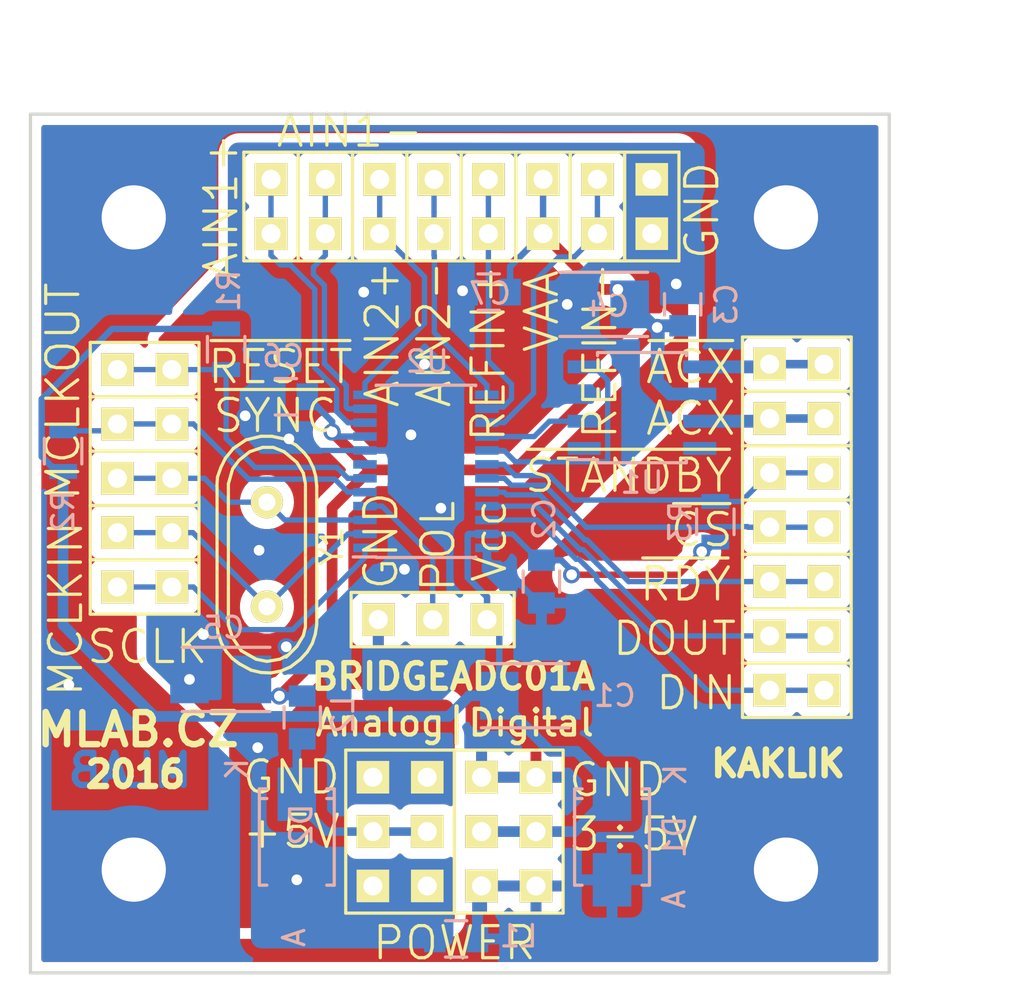
<source format=kicad_pcb>
(kicad_pcb (version 20221018) (generator pcbnew)
  (title_block (title "BRIDGEADC01") (date "%d. %m. %Y") (company "Mlab www.mlab.cz"))
  (layers (0 "F.Cu" signal) (31 "B.Cu" signal) (34 "B.Paste" user) (35 "F.Paste" user) (36 "B.SilkS" user "B.Silkscreen") (37 "F.SilkS" user "F.Silkscreen") (38 "B.Mask" user) (39 "F.Mask" user) (44 "Edge.Cuts" user))
  (net 0 "")
  (net 1 "GND")
  (net 2 "VCC")
  (net 3 "VAA")
  (net 4 "GNDA")
  (net 5 "Net-(J2-Pad1)")
  (net 6 "Net-(J3-Pad1)")
  (net 7 "Net-(J4-Pad1)")
  (net 8 "Net-(J5-Pad1)")
  (net 9 "Net-(J6-Pad1)")
  (net 10 "Net-(J7-Pad1)")
  (net 11 "Net-(J8-Pad1)")
  (net 12 "Net-(J9-Pad1)")
  (net 13 "Net-(J10-Pad2)")
  (net 14 "Net-(J11-Pad1)")
  (net 15 "Net-(J12-Pad1)")
  (net 16 "Net-(J13-Pad1)")
  (net 17 "Net-(J14-Pad1)")
  (net 18 "Net-(J15-Pad1)")
  (net 19 "Net-(J16-Pad1)")
  (net 20 "Net-(J17-Pad1)")
  (net 21 "Net-(J18-Pad1)")
  (net 22 "Net-(J20-Pad1)")
  (net 23 "Net-(J21-Pad1)")
  (net 24 "Net-(U1-Pad2)")
  (net 25 "Net-(U1-Pad4)")
  (net 26 "Net-(D2-Pad1)")
  (footprint "Mlab_Pin_Headers:Straight_2x03" (layer "F.Cu") (at 142.606 108.142 180)
    (fp_text reference "J1" hide)
    (fp_text value "3÷5V")
  )
  (footprint "Mlab_Pin_Headers:Straight_1x02" (layer "F.Cu") (at 156.068 88.838 90)
    (fp_text reference "J2" hide)
    (fp_text value "ACX")
  )
  (footprint "Mlab_Pin_Headers:Straight_1x02" (layer "F.Cu") (at 156.068 86.298 90)
    (fp_text reference "J3" hide)
    (fp_text value "~{ACX}")
  )
  (footprint "Mlab_Pin_Headers:Straight_1x02" (layer "F.Cu") (at 131.4935 78.932)
    (fp_text reference "J4" hide)
    (fp_text value "AIN1+")
  )
  (footprint "Mlab_Pin_Headers:Straight_1x02" (layer "F.Cu") (at 134.0335 78.932)
    (fp_text reference "J5" hide)
    (fp_text value "AIN1-")
  )
  (footprint "Mlab_Pin_Headers:Straight_1x02" (layer "F.Cu") (at 136.5735 78.932)
    (fp_text reference "J6" hide)
    (fp_text value "AIN2+")
  )
  (footprint "Mlab_Pin_Headers:Straight_1x02" (layer "F.Cu") (at 139.1135 78.932 180)
    (fp_text reference "J7" hide)
    (fp_text value "AIN2-")
  )
  (footprint "Mlab_Pin_Headers:Straight_1x02" (layer "F.Cu") (at 146.7485 78.9305 180)
    (fp_text reference "J8" hide)
    (fp_text value "REFIN-")
  )
  (footprint "Mlab_Pin_Headers:Straight_1x02" (layer "F.Cu") (at 141.6535 78.932 180)
    (fp_text reference "J9" hide)
    (fp_text value "REFIN+")
  )
  (footprint "Mlab_Pin_Headers:Straight_1x03" (layer "F.Cu") (at 139.05 98.236 -90)
    (fp_text reference "J10" hide)
    (fp_text value "POL")
  )
  (footprint "Mlab_Pin_Headers:Straight_1x02" (layer "F.Cu") (at 125.588 86.552 90)
    (fp_text reference "J11" hide)
    (fp_text value "~{RESET}")
  )
  (footprint "Mlab_Pin_Headers:Straight_1x02" (layer "F.Cu") (at 125.588 89.092 90)
    (fp_text reference "J12" hide)
    (fp_text value "~{SYNC}")
  )
  (footprint "Mlab_Pin_Headers:Straight_1x02" (layer "F.Cu") (at 156.068 96.458 90)
    (fp_text reference "J13" hide)
    (fp_text value "~{RDY}")
  )
  (footprint "Mlab_Pin_Headers:Straight_1x02" (layer "F.Cu") (at 156.068 93.918 90)
    (fp_text reference "J14" hide)
    (fp_text value "~{CS}")
  )
  (footprint "Mlab_Pin_Headers:Straight_1x02" (layer "F.Cu") (at 125.588 96.712 90)
    (fp_text reference "J15" hide)
    (fp_text value "SCLK")
  )
  (footprint "Mlab_Pin_Headers:Straight_1x02" (layer "F.Cu") (at 156.068 101.538 90)
    (fp_text reference "J16" hide)
    (fp_text value "DIN")
  )
  (footprint "Mlab_Pin_Headers:Straight_1x02" (layer "F.Cu") (at 156.068 98.998 90)
    (fp_text reference "J17" hide)
    (fp_text value "DOUT")
  )
  (footprint "Mlab_Pin_Headers:Straight_1x02" (layer "F.Cu") (at 156.068 91.378 90)
    (fp_text reference "J18" hide)
    (fp_text value "~{STANDBY}")
  )
  (footprint "Mlab_Pin_Headers:Straight_2x03" (layer "F.Cu") (at 137.526 108.142)
    (fp_text reference "J19" hide)
    (fp_text value "+5V")
  )
  (footprint "Mlab_Pin_Headers:Straight_1x02" (layer "F.Cu") (at 125.588 94.172 90)
    (fp_text reference "J20" hide)
    (fp_text value "MCLKIN")
  )
  (footprint "Mlab_Pin_Headers:Straight_1x02" (layer "F.Cu") (at 125.588 91.632 90)
    (fp_text reference "J21" hide)
    (fp_text value "MCLKOUT")
  )
  (footprint "Mlab_Mechanical:MountingHole_3mm" (layer "F.Cu") (at 155.56 79.44)
    (fp_text reference "M1" hide)
    (fp_text value "HOLE" hide)
  )
  (footprint "Mlab_Mechanical:MountingHole_3mm" (layer "F.Cu") (at 155.56 109.92)
    (fp_text reference "M2" hide)
    (fp_text value "HOLE" hide)
  )
  (footprint "Mlab_Mechanical:MountingHole_3mm" (layer "F.Cu") (at 125.08 79.44)
    (fp_text reference "M3" hide)
    (fp_text value "HOLE" hide)
  )
  (footprint "Mlab_Mechanical:MountingHole_3mm" (layer "F.Cu") (at 125.08 109.92)
    (fp_text reference "M4" hide)
    (fp_text value "HOLE" hide)
  )
  (footprint "Crystals:Crystal_HC49-U_Vertical" (layer "F.Cu") (at 131.303 95.188 -90)
    (fp_text reference "Y1")
    (fp_text value "4.9152 MHz")
  )
  (footprint "Mlab_Pin_Headers:Straight_1x02" (layer "F.Cu") (at 144.2085 78.9305)
    (fp_text reference "J22" hide)
    (fp_text value "VAA")
  )
  (footprint "Mlab_Pin_Headers:Straight_1x02" (layer "F.Cu") (at 149.2885 78.9305)
    (fp_text reference "J23" hide)
    (fp_text value "GND")
  )
  (footprint "Capacitors_Tantalum_SMD:TantalC_SizeB_EIA-3528_Reflow" (layer "B.Cu") (at 143.622 101.792)
    (fp_text reference "C1")
    (fp_text value "10uF")
  )
  (footprint "Capacitors_SMD:C_0805" (layer "B.Cu") (at 144.13 96.458 -90)
    (fp_text reference "C2")
    (fp_text value "100nF")
  )
  (footprint "Capacitors_SMD:C_0805" (layer "B.Cu") (at 150.734 83.504 90)
    (fp_text reference "C3")
    (fp_text value "100nF")
  )
  (footprint "Capacitors_SMD:C_0805" (layer "B.Cu") (at 132.192 87.822 180)
    (fp_text reference "C6")
    (fp_text value "100nF")
  )
  (footprint "Diodes_SMD:SMA_Standard" (layer "B.Cu") (at 147.432 108.396 -90)
    (fp_text reference "D1")
    (fp_text value "M4")
  )
  (footprint "Diodes_SMD:SMA_Standard" (layer "B.Cu") (at 132.7 108.396 -90)
    (fp_text reference "D2")
    (fp_text value "M4")
  )
  (footprint "Capacitors_SMD:C_0805" (layer "B.Cu") (at 140.1445 113.157)
    (fp_text reference "L1")
    (fp_text value "BLM21PG300SN1D")
  )
  (footprint "Capacitors_SMD:C_0805" (layer "B.Cu") (at 132.954 102.808 -90)
    (fp_text reference "L2")
    (fp_text value "BLM21PG300SN1D")
  )
  (footprint "Resistors_SMD:R_0805" (layer "B.Cu") (at 129.398 85.602 -90)
    (fp_text reference "R1")
    (fp_text value "10k")
  )
  (footprint "Resistors_SMD:R_0805" (layer "B.Cu") (at 121.778 90.362 90)
    (fp_text reference "R2")
    (fp_text value "10k")
  )
  (footprint "Resistors_SMD:R_0805" (layer "B.Cu") (at 152.258 93.664 90)
    (fp_text reference "R3")
    (fp_text value "10k")
  )
  (footprint "Housings_SOIC:SOIC-8_3.9x4.9mm_Pitch1.27mm" (layer "B.Cu") (at 148.829 88.33)
    (fp_text reference "U1")
    (fp_text value "MIC4426")
  )
  (footprint "Housings_SSOP:TSSOP-24_4.4x7.8mm_Pitch0.65mm" (layer "B.Cu") (at 138.735001 91.306534)
    (fp_text reference "U2")
    (fp_text value "AD7730")
  )
  (footprint "Capacitors_Tantalum_SMD:TantalC_SizeB_EIA-3528_Reflow" (layer "B.Cu") (at 146.797 83.504 180)
    (fp_text reference "C4")
    (fp_text value "10uF")
  )
  (footprint "Capacitors_Tantalum_SMD:TantalC_SizeB_EIA-3528_Reflow" (layer "B.Cu") (at 129.144 101.03 180)
    (fp_text reference "C5")
    (fp_text value "10uF")
  )
  (footprint "Capacitors_SMD:C_0805" (layer "B.Cu") (at 141.6685 82.931 180)
    (fp_text reference "C7")
    (fp_text value "100nF")
  )
  (gr_line (start 120.254 114.746) (end 160.386 114.746) (stroke (width 0.15)) (layer "Edge.Cuts"))
  (gr_line (start 160.386 74.614) (end 120.254 74.614) (stroke (width 0.15)) (layer "Edge.Cuts"))
  (gr_line (start 120.254 74.614) (end 120.254 114.746) (stroke (width 0.15)) (layer "Edge.Cuts"))
  (gr_line (start 160.386 114.746) (end 160.386 74.614) (stroke (width 0.15)) (layer "Edge.Cuts"))
  (gr_text "MLAB" (at 124.9045 105.283) (layer "B.Cu") (effects (font (size 1.5 1.5) (thickness 0.3)) (justify mirror)))
  (gr_text "GND" (at 147.686 105.729) (layer "F.SilkS") (effects (font (size 1.5 1.5))))
  (gr_text "GND" (at 136.637 94.553 90) (layer "F.SilkS") (effects (font (size 1.5 1.5))))
  (gr_text "Vcc" (at 141.717 94.553 90) (layer "F.SilkS") (effects (font (size 1.5 1.5))))
  (gr_text "POWER" (at 140.066 113.349) (layer "F.SilkS") (effects (font (size 1.5 1.5))))
  (gr_text "BRIDGEADC01A" (at 140.0175 100.9015) (layer "F.SilkS") (effects (font (size 1.2 1.2) (thickness 0.25))))
  (gr_text "Analog|Digital" (at 140.081 103.0605) (layer "F.SilkS") (effects (font (size 1.2 1.2) (thickness 0.2))))
  (gr_text "MLAB.CZ" (at 125.2855 103.378) (layer "F.SilkS") (effects (font (size 1.5 1.5) (thickness 0.3))))
  (gr_text "GND" (at 132.446 105.602) (layer "F.SilkS") (effects (font (size 1.5 1.5))))
  (gr_text "2016" (at 125.1585 105.4735) (layer "F.SilkS") (effects (font (size 1.2 1.2) (thickness 0.3))))
  (gr_text "KAKLIK" (at 155.194 104.9655) (layer "F.SilkS") (effects (font (size 1.2 1.2) (thickness 0.3))))
  (segment (start 125.08 109.92) (end 121.5405 109.92) (width 0.3) (layer "F.Cu") (net 1))
  (segment (start 121.0945 109.474) (end 121.0945 102.235) (width 0.3) (layer "F.Cu") (net 1))
  (segment (start 121.0945 102.235) (end 122.047 101.2825) (width 0.3) (layer "F.Cu") (net 1))
  (segment (start 121.5405 109.92) (end 121.0945 109.474) (width 0.3) (layer "F.Cu") (net 1))
  (via (at 122.047 101.2825) (size 0.8) (drill 0.5) (layers "F.Cu" "B.Cu") (net 1))
  (segment (start 141.585001 95.381534) (end 141.822695 95.619228) (width 0.3) (layer "B.Cu") (net 1))
  (segment (start 142.166228 95.619228) (end 141.822695 95.619228) (width 0.3) (layer "B.Cu") (net 1))
  (segment (start 141.1445 110.8735) (end 141.336 110.682) (width 0.5) (layer "B.Cu") (net 1))
  (segment (start 144.005 97.458) (end 142.166228 95.619228) (width 0.3) (layer "B.Cu") (net 1))
  (segment (start 141.585001 94.881534) (end 141.585001 95.381534) (width 0.3) (layer "B.Cu") (net 1))
  (segment (start 141.1445 113.157) (end 141.1445 110.8735) (width 0.5) (layer "B.Cu") (net 1))
  (segment (start 144.13 97.458) (end 144.005 97.458) (width 0.3) (layer "B.Cu") (net 1))
  (segment (start 151.623 95.061) (end 150.545 96.139) (width 0.3) (layer "F.Cu") (net 2))
  (segment (start 150.545 96.139) (end 146.107685 96.139) (width 0.3) (layer "F.Cu") (net 2))
  (segment (start 146.107685 96.139) (end 145.542 96.139) (width 0.3) (layer "F.Cu") (net 2))
  (via (at 151.623 95.061) (size 0.8) (drill 0.5) (layers "F.Cu" "B.Cu") (net 2))
  (via (at 145.542 96.139) (size 0.8) (drill 0.5) (layers "F.Cu" "B.Cu") (net 2))
  (segment (start 142.162 101.792) (end 140.762 101.792) (width 0.5) (layer "B.Cu") (net 2))
  (segment (start 145.68702 108.142) (end 147.432 106.39702) (width 0.5) (layer "B.Cu") (net 2))
  (segment (start 144.544999 104.389999) (end 142.162 102.007) (width 0.5) (layer "B.Cu") (net 2))
  (segment (start 142.162 98.808) (end 141.59 98.236) (width 0.3) (layer "B.Cu") (net 2))
  (segment (start 145.055 95.458) (end 145.542 95.945) (width 0.3) (layer "B.Cu") (net 2))
  (segment (start 140.735001 94.231534) (end 140.685 94.281535) (width 0.3) (layer "B.Cu") (net 2))
  (segment (start 142.385001 94.231534) (end 141.585001 94.231534) (width 0.25) (layer "B.Cu") (net 2))
  (segment (start 144.13 95.458) (end 145.055 95.458) (width 0.3) (layer "B.Cu") (net 2))
  (segment (start 126.046001 102.758001) (end 121.778 98.49) (width 0.5) (layer "B.Cu") (net 2))
  (segment (start 141.336 108.142) (end 143.876 108.142) (width 0.5) (layer "B.Cu") (net 2))
  (segment (start 142.162 102.007) (end 142.162 101.792) (width 0.5) (layer "B.Cu") (net 2))
  (segment (start 121.478 91.312) (end 121.778 91.312) (width 0.3) (layer "B.Cu") (net 2))
  (segment (start 121.778 98.49) (end 121.778 92.162) (width 0.5) (layer "B.Cu") (net 2))
  (segment (start 141.59 97.174) (end 141.59 98.236) (width 0.3) (layer "B.Cu") (net 2))
  (segment (start 145.774229 104.389999) (end 144.544999 104.389999) (width 0.5) (layer "B.Cu") (net 2))
  (segment (start 151.623 95.061) (end 151.811 95.061) (width 0.3) (layer "B.Cu") (net 2))
  (segment (start 147.432 106.39702) (end 147.432 106.04777) (width 0.5) (layer "B.Cu") (net 2))
  (segment (start 143.876 108.142) (end 145.68702 108.142) (width 0.5) (layer "B.Cu") (net 2))
  (segment (start 141.59 98.236) (end 141.59 97.224) (width 0.25) (layer "B.Cu") (net 2))
  (segment (start 121.778 92.162) (end 121.778 91.312) (width 0.5) (layer "B.Cu") (net 2))
  (segment (start 144.005 95.458) (end 142.778534 94.231534) (width 0.25) (layer "B.Cu") (net 2))
  (segment (start 147.432 106.04777) (end 145.774229 104.389999) (width 0.5) (layer "B.Cu") (net 2))
  (segment (start 144.13 95.458) (end 144.005 95.458) (width 0.25) (layer "B.Cu") (net 2))
  (segment (start 124.063998 84.652) (end 120.777999 87.937999) (width 0.3) (layer "B.Cu") (net 2))
  (segment (start 129.398 84.652) (end 124.063998 84.652) (width 0.3) (layer "B.Cu") (net 2))
  (segment (start 140.685 94.281535) (end 140.685 96.269) (width 0.3) (layer "B.Cu") (net 2))
  (segment (start 142.162 101.792) (end 142.162 98.808) (width 0.3) (layer "B.Cu") (net 2))
  (segment (start 140.685 96.269) (end 141.59 97.174) (width 0.3) (layer "B.Cu") (net 2))
  (segment (start 140.762 101.792) (end 139.795999 102.758001) (width 0.5) (layer "B.Cu") (net 2))
  (segment (start 120.777999 90.611999) (end 121.478 91.312) (width 0.3) (layer "B.Cu") (net 2))
  (segment (start 120.777999 87.937999) (end 120.777999 90.611999) (width 0.3) (layer "B.Cu") (net 2))
  (segment (start 141.585001 94.231534) (end 140.735001 94.231534) (width 0.3) (layer "B.Cu") (net 2))
  (segment (start 151.811 95.061) (end 152.258 94.614) (width 0.3) (layer "B.Cu") (net 2))
  (segment (start 145.542 95.945) (end 145.542 96.139) (width 0.3) (layer "B.Cu") (net 2))
  (segment (start 139.795999 102.758001) (end 126.046001 102.758001) (width 0.5) (layer "B.Cu") (net 2))
  (segment (start 142.778534 94.231534) (end 142.385001 94.231534) (width 0.25) (layer "B.Cu") (net 2))
  (segment (start 144.2085 80.2005) (end 146.812 82.804) (width 0.5) (layer "F.Cu") (net 3))
  (segment (start 136.11703 91.239002) (end 142.8855 91.239002) (width 0.5) (layer "F.Cu") (net 3))
  (segment (start 134.351 99.343691) (end 134.351 96.60236) (width 0.4) (layer "F.Cu") (net 3))
  (segment (start 132.503571 101.19112) (end 134.351 99.343691) (width 0.5) (layer "F.Cu") (net 3))
  (segment (start 134.351 96.031894) (end 134.351 93.005032) (width 0.3) (layer "F.Cu") (net 3))
  (segment (start 134.351 96.60236) (end 134.351 93.005032) (width 0.4) (layer "F.Cu") (net 3))
  (segment (start 146.812 82.804) (end 147.135315 82.804) (width 0.5) (layer "F.Cu") (net 3))
  (segment (start 134.351 93.005032) (end 136.11703 91.239002) (width 0.5) (layer "F.Cu") (net 3))
  (segment (start 142.8855 91.239002) (end 149.142503 84.981999) (width 0.5) (layer "F.Cu") (net 3))
  (segment (start 134.351 96.60236) (end 134.351 96.031894) (width 0.4) (layer "F.Cu") (net 3))
  (segment (start 134.351 99.343691) (end 134.351 93.005032) (width 0.5) (layer "F.Cu") (net 3))
  (segment (start 149.142503 84.981999) (end 149.542502 84.582) (width 0.5) (layer "F.Cu") (net 3))
  (segment (start 147.135315 82.804) (end 147.701 82.804) (width 0.5) (layer "F.Cu") (net 3))
  (segment (start 131.886691 101.808) (end 132.503571 101.19112) (width 0.5) (layer "F.Cu") (net 3))
  (segment (start 136.11703 91.239002) (end 134.351 89.472972) (width 0.5) (layer "F.Cu") (net 3))
  (via (at 134.351 89.472972) (size 0.8) (drill 0.5) (layers "F.Cu" "B.Cu") (net 3))
  (via (at 147.701 82.804) (size 0.8) (drill 0.5) (layers "F.Cu" "B.Cu") (net 3))
  (via (at 131.886691 101.808) (size 0.8) (drill 0.5) (layers "F.Cu" "B.Cu") (net 3))
  (via (at 149.542502 84.582) (size 0.8) (drill 0.5) (layers "F.Cu" "B.Cu") (net 3))
  (segment (start 149.591 84.7575) (end 148.672499 83.838999) (width 0.6) (layer "B.Cu") (net 3))
  (segment (start 133.192 87.947) (end 133.192 87.822) (width 0.25) (layer "B.Cu") (net 3))
  (segment (start 134.351 89.472972) (end 134.351 88.981) (width 0.3) (layer "B.Cu") (net 3))
  (segment (start 151.529 87.695) (end 150.154 87.695) (width 0.6) (layer "B.Cu") (net 3))
  (segment (start 149.542502 87.083502) (end 149.542502 85.147685) (width 0.6) (layer "B.Cu") (net 3))
  (segment (start 150.154 87.695) (end 149.542502 87.083502) (width 0.6) (layer "B.Cu") (net 3))
  (segment (start 148.257 83.719) (end 148.354999 83.621001) (width 0.6) (layer "B.Cu") (net 3))
  (segment (start 135.885001 89.681534) (end 134.926534 89.681534) (width 0.25) (layer "B.Cu") (net 3))
  (segment (start 150.734 84.504) (end 149.3375 84.504) (width 0.6) (layer "B.Cu") (net 3))
  (segment (start 144.2085 80.2005) (end 144.2085 77.6605) (width 0.3) (layer "B.Cu") (net 3))
  (segment (start 148.354999 83.521499) (end 148.354999 83.457999) (width 0.6) (layer "B.Cu") (net 3))
  (segment (start 149.542502 85.147685) (end 149.542502 84.582) (width 0.6) (layer "B.Cu") (net 3))
  (segment (start 131.382 101.808) (end 130.604 101.03) (width 0.4) (layer "B.Cu") (net 3))
  (segment (start 148.672499 83.838999) (end 148.354999 83.521499) (width 0.6) (layer "B.Cu") (net 3))
  (segment (start 134.351 89.472972) (end 134.559562 89.681534) (width 0.3) (layer "B.Cu") (net 3))
  (segment (start 148.100999 83.203999) (end 147.701 82.804) (width 0.6) (layer "B.Cu") (net 3))
  (segment (start 142.6685 82.931) (end 142.6685 81.7405) (width 0.3) (layer "B.Cu") (net 3))
  (segment (start 134.559562 89.681534) (end 135.885001 89.681534) (width 0.3) (layer "B.Cu") (net 3))
  (segment (start 132.954 101.808) (end 131.886691 101.808) (width 0.4) (layer "B.Cu") (net 3))
  (segment (start 131.886691 101.808) (end 131.382 101.808) (width 0.4) (layer "B.Cu") (net 3))
  (segment (start 149.591 85.536) (end 149.591 84.7575) (width 0.6) (layer "B.Cu") (net 3))
  (segment (start 150.609 84.504) (end 150.734 84.504) (width 0.6) (layer "B.Cu") (net 3))
  (segment (start 149.3375 84.504) (end 148.672499 83.838999) (width 0.6) (layer "B.Cu") (net 3))
  (segment (start 148.354999 83.457999) (end 148.100999 83.203999) (width 0.6) (layer "B.Cu") (net 3))
  (segment (start 134.351 88.981) (end 133.192 87.822) (width 0.3) (layer "B.Cu") (net 3))
  (segment (start 148.354999 83.621001) (end 148.354999 83.521499) (width 0.6) (layer "B.Cu") (net 3))
  (segment (start 142.6685 81.7405) (end 144.2085 80.2005) (width 0.3) (layer "B.Cu") (net 3))
  (segment (start 128.3335 98.933) (end 128.3335 97.5995) (width 0.5) (layer "F.Cu") (net 4))
  (segment (start 137.7315 94.7285) (end 137.7315 95.319315) (width 0.3) (layer "F.Cu") (net 4))
  (segment (start 138.669 86.298) (end 138.669 86.863685) (width 0.3) (layer "F.Cu") (net 4))
  (segment (start 132.7 108.6453) (end 132.7 110.39498) (width 0.5) (layer "F.Cu") (net 4))
  (segment (start 138.669 86.863685) (end 138.669 86.679) (width 0.3) (layer "F.Cu") (net 4))
  (segment (start 132.7 107.896) (end 132.7 108.6453) (width 0.5) (layer "F.Cu") (net 4))
  (segment (start 136.256 110.682) (end 135.194 110.682) (width 0.3) (layer "F.Cu") (net 4))
  (segment (start 144.610001 84.254001) (end 148.665499 84.254001) (width 0.3) (layer "F.Cu") (net 4))
  (segment (start 129.921 98.933) (end 130.4925 99.5045) (width 0.5) (layer "F.Cu") (net 4))
  (segment (start 130.4925 99.5045) (end 132.207 99.5045) (width 0.5) (layer "F.Cu") (net 4))
  (segment (start 134.994 105.602) (end 132.7 107.896) (width 0.5) (layer "F.Cu") (net 4))
  (segment (start 128.3335 98.933) (end 129.921 98.933) (width 0.5) (layer "F.Cu") (net 4))
  (segment (start 140.447 82.869) (end 135.8885 82.869) (width 0.3) (layer "F.Cu") (net 4))
  (segment (start 135.8885 82.869) (end 135.8265 82.931) (width 0.3) (layer "F.Cu") (net 4))
  (segment (start 138.433997 89.200001) (end 138.033998 89.6) (width 0.3) (layer "F.Cu") (net 4))
  (segment (start 143.225 82.869) (end 141.012685 82.869) (width 0.3) (layer "F.Cu") (net 4))
  (segment (start 128.3335 97.5995) (end 130.937 94.996) (width 0.5) (layer "F.Cu") (net 4))
  (segment (start 144.13 83.774) (end 143.225 82.869) (width 0.3) (layer "F.Cu") (net 4))
  (segment (start 137.7315 95.319315) (end 137.7315 95.885) (width 0.3) (layer "F.Cu") (net 4))
  (segment (start 130.8735 104.2195) (end 127.684 101.03) (width 0.5) (layer "F.Cu") (net 4))
  (segment (start 136.256 105.602) (end 134.994 105.602) (width 0.5) (layer "F.Cu") (net 4))
  (segment (start 144.13 83.774) (end 143.859998 83.774) (width 0.3) (layer "F.Cu") (net 4))
  (segment (start 135.96898 110.39498) (end 136.256 110.682) (width 0.5) (layer "F.Cu") (net 4))
  (segment (start 148.665499 84.254001) (end 149.1455 83.774) (width 0.3) (layer "F.Cu") (net 4))
  (segment (start 143.859998 83.774) (end 138.433997 89.200001) (width 0.3) (layer "F.Cu") (net 4))
  (segment (start 132.7 110.39498) (end 135.96898 110.39498) (width 0.5) (layer "F.Cu") (net 4))
  (segment (start 141.012685 82.869) (end 140.447 82.869) (width 0.3) (layer "F.Cu") (net 4))
  (segment (start 149.1455 83.774) (end 149.638 83.774) (width 0.3) (layer "F.Cu") (net 4))
  (segment (start 144.13 83.774) (end 144.610001 84.254001) (width 0.3) (layer "F.Cu") (net 4))
  (segment (start 139.431 93.029) (end 137.7315 94.7285) (width 0.3) (layer "F.Cu") (net 4))
  (via (at 140.447 82.869) (size 0.8) (drill 0.5) (layers "F.Cu" "B.Cu") (net 4))
  (via (at 132.207 99.5045) (size 0.8) (drill 0.5) (layers "F.Cu" "B.Cu") (net 4))
  (via (at 130.287 88.711) (size 0.8) (drill 0.5) (layers "F.Cu" "B.Cu") (net 4))
  (via (at 137.7315 95.885) (size 0.8) (drill 0.5) (layers "F.Cu" "B.Cu") (net 4))
  (via (at 138.033998 89.6) (size 0.8) (drill 0.5) (layers "F.Cu" "B.Cu") (net 4))
  (via (at 128.3335 98.933) (size 0.8) (drill 0.5) (layers "F.Cu" "B.Cu") (net 4))
  (via (at 127.684 101.03) (size 0.8) (drill 0.5) (layers "F.Cu" "B.Cu") (net 4))
  (via (at 130.937 94.996) (size 0.8) (drill 0.5) (layers "F.Cu" "B.Cu") (net 4))
  (via (at 132.7 110.39498) (size 0.8) (drill 0.5) (layers "F.Cu" "B.Cu") (net 4))
  (via (at 138.669 86.298) (size 0.8) (drill 0.5) (layers "F.Cu" "B.Cu") (net 4))
  (via (at 132.334 89.789) (size 0.8) (drill 0.5) (layers "F.Cu" "B.Cu") (net 4))
  (via (at 139.431 93.029) (size 0.8) (drill 0.5) (layers "F.Cu" "B.Cu") (net 4))
  (via (at 130.8735 104.2195) (size 0.8) (drill 0.5) (layers "F.Cu" "B.Cu") (net 4))
  (via (at 135.8265 82.931) (size 0.8) (drill 0.5) (layers "F.Cu" "B.Cu") (net 4))
  (via (at 150.4315 82.55) (size 0.8) (drill 0.5) (layers "F.Cu" "B.Cu") (net 4))
  (via (at 145.337 83.504) (size 0.8) (drill 0.5) (layers "F.Cu" "B.Cu") (net 4))
  (segment (start 138.796 110.682) (end 138.796 112.8085) (width 0.5) (layer "B.Cu") (net 4))
  (segment (start 145.337 83.289) (end 146.912502 81.713498) (width 0.6) (layer "B.Cu") (net 4))
  (segment (start 137.165815 95.885) (end 137.7315 95.885) (width 0.5) (layer "B.Cu") (net 4))
  (segment (start 145.337 83.504) (end 145.337 83.289) (width 0.6) (layer "B.Cu") (net 4))
  (segment (start 139.031001 92.629001) (end 139.431 93.029) (width 0.3) (layer "B.Cu") (net 4))
  (segment (start 127.684 99.415) (end 128.166 98.933) (width 0.5) (layer "B.Cu") (net 4))
  (segment (start 132.207 99.5045) (end 132.772685 99.5045) (width 0.5) (layer "B.Cu") (net 4))
  (segment (start 130.937 94.996) (end 130.937 95.377) (width 0.5) (layer "B.Cu") (net 4))
  (segment (start 144.853999 87.125001) (end 145.423998 87.695) (width 0.6) (layer "B.Cu") (net 4))
  (segment (start 130.8735 108.21923) (end 130.8735 104.2195) (width 0.5) (layer "B.Cu") (net 4))
  (segment (start 131.176 89.838) (end 131.192 89.854) (width 0.6) (layer "B.Cu") (net 4))
  (segment (start 136.392185 95.885) (end 137.165815 95.885) (width 0.5) (layer "B.Cu") (net 4))
  (segment (start 135.885001 90.331534) (end 132.876534 90.331534) (width 0.25) (layer "B.Cu") (net 4))
  (segment (start 127.684 101.03) (end 127.684 99.415) (width 0.5) (layer "B.Cu") (net 4))
  (segment (start 150.031501 82.150001) (end 150.4315 82.55) (width 0.6) (layer "B.Cu") (net 4))
  (segment (start 145.423998 87.695) (end 146.129 87.695) (width 0.6) (layer "B.Cu") (net 4))
  (segment (start 128.166 98.933) (end 128.3335 98.933) (width 0.5) (layer "B.Cu") (net 4))
  (segment (start 150.734 82.504) (end 150.4775 82.504) (width 0.6) (layer "B.Cu") (net 4))
  (segment (start 131.176 87.838) (end 131.192 87.822) (width 0.6) (layer "B.Cu") (net 4))
  (segment (start 150.4775 82.504) (end 150.4315 82.55) (width 0.6) (layer "B.Cu") (net 4))
  (segment (start 145.337 85.219) (end 144.853999 85.702001) (width 0.6) (layer "B.Cu") (net 4))
  (segment (start 149.594998 81.713498) (end 150.031501 82.150001) (width 0.6) (layer "B.Cu") (net 4))
  (segment (start 146.912502 81.713498) (end 149.594998 81.713498) (width 0.6) (layer "B.Cu") (net 4))
  (segment (start 137.302464 90.331534) (end 137.633999 89.999999) (width 0.3) (layer "B.Cu") (net 4))
  (segment (start 144.853999 85.702001) (end 144.853999 87.125001) (width 0.6) (layer "B.Cu") (net 4))
  (segment (start 131.176 88.711) (end 131.176 87.838) (width 0.6) (layer "B.Cu") (net 4))
  (segment (start 131.176 88.711) (end 131.176 89.838) (width 0.6) (layer "B.Cu") (net 4))
  (segment (start 135.885001 90.331534) (end 137.302464 90.331534) (width 0.3) (layer "B.Cu") (net 4))
  (segment (start 138.033998 86.933002) (end 138.669 86.298) (width 0.3) (layer "B.Cu") (net 4))
  (segment (start 132.7 110.39498) (end 132.7 110.04573) (width 0.5) (layer "B.Cu") (net 4))
  (segment (start 132.7 110.04573) (end 130.8735 108.21923) (width 0.5) (layer "B.Cu") (net 4))
  (segment (start 132.733999 90.188999) (end 132.334 89.789) (width 0.25) (layer "B.Cu") (net 4))
  (segment (start 138.796 112.8085) (end 139.1445 113.157) (width 0.5) (layer "B.Cu") (net 4))
  (segment (start 130.287 88.711) (end 131.176 88.711) (width 0.6) (layer "B.Cu") (net 4))
  (segment (start 138.033998 89.6) (end 138.033998 86.933002) (width 0.3) (layer "B.Cu") (net 4))
  (segment (start 132.772685 99.5045) (end 136.392185 95.885) (width 0.5) (layer "B.Cu") (net 4))
  (segment (start 138.033998 91.631998) (end 139.031001 92.629001) (width 0.3) (layer "B.Cu") (net 4))
  (segment (start 137.633999 89.999999) (end 138.033998 89.6) (width 0.3) (layer "B.Cu") (net 4))
  (segment (start 138.033998 89.6) (end 138.033998 91.631998) (width 0.3) (layer "B.Cu") (net 4))
  (segment (start 145.337 83.504) (end 145.337 85.219) (width 0.6) (layer "B.Cu") (net 4))
  (segment (start 132.876534 90.331534) (end 132.733999 90.188999) (width 0.25) (layer "B.Cu") (net 4))
  (segment (start 154.798 88.838) (end 157.338 88.838) (width 0.4) (layer "B.Cu") (net 5))
  (segment (start 154.671 88.965) (end 154.798 88.838) (width 0.6) (layer "B.Cu") (net 5))
  (segment (start 151.529 88.965) (end 154.671 88.965) (width 0.6) (layer "B.Cu") (net 5))
  (segment (start 154.798 86.298) (end 157.338 86.298) (width 0.4) (layer "B.Cu") (net 6))
  (segment (start 151.529 86.425) (end 154.671 86.425) (width 0.6) (layer "B.Cu") (net 6))
  (segment (start 154.671 86.425) (end 154.798 86.298) (width 0.6) (layer "B.Cu") (net 6))
  (segment (start 133.5405 82.804) (end 133.5405 86.460498) (width 0.25) (layer "B.Cu") (net 7))
  (segment (start 131.4935 80.202) (end 131.4935 79.19) (width 0.25) (layer "B.Cu") (net 7))
  (segment (start 133.5405 86.460498) (end 134.559991 87.479989) (width 0.25) (layer "B.Cu") (net 7))
  (segment (start 134.559991 88.506524) (end 135.085001 89.031534) (width 0.25) (layer "B.Cu") (net 7))
  (segment (start 135.085001 89.031534) (end 135.885001 89.031534) (width 0.25) (layer "B.Cu") (net 7))
  (segment (start 134.559991 87.479989) (end 134.559991 88.506524) (width 0.25) (layer "B.Cu") (net 7))
  (segment (start 131.4935 79.19) (end 131.4935 77.662) (width 0.25) (layer "B.Cu") (net 7))
  (segment (start 131.4935 80.202) (end 131.4935 81.214) (width 0.25) (layer "B.Cu") (net 7))
  (segment (start 131.9405 81.661) (end 132.3975 81.661) (width 0.25) (layer "B.Cu") (net 7))
  (segment (start 131.4935 81.214) (end 131.9405 81.661) (width 0.25) (layer "B.Cu") (net 7))
  (segment (start 132.3975 81.661) (end 133.5405 82.804) (width 0.25) (layer "B.Cu") (net 7))
  (segment (start 134.0335 81.214) (end 133.477 81.7705) (width 0.25) (layer "B.Cu") (net 8))
  (segment (start 133.99051 86.274098) (end 135.01 87.293588) (width 0.25) (layer "B.Cu") (net 8))
  (segment (start 134.0335 79.19) (end 134.0335 77.662) (width 0.25) (layer "B.Cu") (net 8))
  (segment (start 134.0335 80.202) (end 134.0335 81.214) (width 0.25) (layer "B.Cu") (net 8))
  (segment (start 135.01 87.293588) (end 135.01 88.306533) (width 0.25) (layer "B.Cu") (net 8))
  (segment (start 135.01 88.306533) (end 135.085001 88.381534) (width 0.25) (layer "B.Cu") (net 8))
  (segment (start 133.477 82.10409) (end 133.99051 82.6176) (width 0.25) (layer "B.Cu") (net 8))
  (segment (start 133.99051 82.6176) (end 133.99051 86.274098) (width 0.25) (layer "B.Cu") (net 8))
  (segment (start 134.0335 80.202) (end 134.0335 79.19) (width 0.25) (layer "B.Cu") (net 8))
  (segment (start 135.085001 88.381534) (end 135.885001 88.381534) (width 0.25) (layer "B.Cu") (net 8))
  (segment (start 133.477 81.7705) (end 133.477 82.10409) (width 0.25) (layer "B.Cu") (net 8))
  (segment (start 138.669 82.2175) (end 138.669 84.393) (width 0.25) (layer "B.Cu") (net 9))
  (segment (start 136.5735 80.202) (end 136.5735 77.662) (width 0.25) (layer "B.Cu") (net 9))
  (segment (start 138.669 84.393) (end 135.885001 87.176999) (width 0.25) (layer "B.Cu") (net 9))
  (segment (start 135.885001 87.176999) (end 135.885001 87.731534) (width 0.25) (layer "B.Cu") (net 9))
  (segment (start 136.8275 80.456) (end 136.5735 80.202) (width 0.25) (layer "B.Cu") (net 9))
  (segment (start 136.5735 80.202) (end 136.5735 80.249) (width 0.25) (layer "B.Cu") (net 9))
  (segment (start 136.6535 80.202) (end 138.669 82.2175) (width 0.25) (layer "B.Cu") (net 9))
  (segment (start 136.5735 80.202) (end 136.6535 80.202) (width 0.25) (layer "B.Cu") (net 9))
  (segment (start 141.585001 87.281534) (end 141.585001 87.731534) (width 0.25) (layer "B.Cu") (net 10))
  (segment (start 139.1285 81.229) (end 139.1285 84.825033) (width 0.25) (layer "B.Cu") (net 10))
  (segment (start 139.1135 79.19) (end 139.1135 77.662) (width 0.25) (layer "B.Cu") (net 10))
  (segment (start 139.1135 80.202) (end 139.1135 81.214) (width 0.25) (layer "B.Cu") (net 10))
  (segment (start 139.1285 84.825033) (end 141.585001 87.281534) (width 0.25) (layer "B.Cu") (net 10))
  (segment (start 139.1135 81.214) (end 139.1285 81.229) (width 0.25) (layer "B.Cu") (net 10))
  (segment (start 139.1135 80.202) (end 139.1135 79.19) (width 0.25) (layer "B.Cu") (net 10))
  (segment (start 146.7485 80.2005) (end 146.7485 79.1885) (width 0.25) (layer "B.Cu") (net 11))
  (segment (start 144.953497 81.287501) (end 145.661499 81.287501) (width 0.25) (layer "B.Cu") (net 11))
  (segment (start 146.7485 79.1885) (end 146.7485 77.6605) (width 0.25) (layer "B.Cu") (net 11))
  (segment (start 143.764 87.652535) (end 143.764 82.476998) (width 0.25) (layer "B.Cu") (net 11))
  (segment (start 143.764 82.476998) (end 144.953497 81.287501) (width 0.25) (layer "B.Cu") (net 11))
  (segment (start 142.385001 89.031534) (end 143.764 87.652535) (width 0.25) (layer "B.Cu") (net 11))
  (segment (start 141.585001 89.031534) (end 142.385001 89.031534) (width 0.25) (layer "B.Cu") (net 11))
  (segment (start 145.661499 81.287501) (end 146.7485 80.2005) (width 0.25) (layer "B.Cu") (net 11))
  (segment (start 141.585001 88.381534) (end 141.160011 88.381534) (width 0.25) (layer "B.Cu") (net 12))
  (segment (start 141.6535 80.202) (end 141.6535 86.1545) (width 0.25) (layer "B.Cu") (net 12))
  (segment (start 142.733 87.234) (end 142.733 87.918537) (width 0.25) (layer "B.Cu") (net 12))
  (segment (start 141.160011 88.381534) (end 141.160011 88.306544) (width 0.25) (layer "B.Cu") (net 12))
  (segment (start 141.160011 88.306544) (end 142.344993 88.306544) (width 0.25) (layer "B.Cu") (net 12))
  (segment (start 141.6535 77.662) (end 141.6535 78.674) (width 0.25) (layer "B.Cu") (net 12))
  (segment (start 141.6535 86.1545) (end 142.733 87.234) (width 0.25) (layer "B.Cu") (net 12))
  (segment (start 142.344993 88.306544) (end 142.733 87.918537) (width 0.25) (layer "B.Cu") (net 12))
  (segment (start 141.6535 78.674) (end 141.6535 80.202) (width 0.25) (layer "B.Cu") (net 12))
  (segment (start 135.885001 92.931534) (end 136.685001 92.931534) (width 0.25) (layer "B.Cu") (net 13))
  (segment (start 136.685001 92.931534) (end 139.05 95.296533) (width 0.25) (layer "B.Cu") (net 13))
  (segment (start 139.05 95.296533) (end 139.05 97.224) (width 0.25) (layer "B.Cu") (net 13))
  (segment (start 139.05 97.224) (end 139.05 98.236) (width 0.25) (layer "B.Cu") (net 13))
  (segment (start 129.398 87.152) (end 129.398 86.552) (width 0.25) (layer "B.Cu") (net 14))
  (segment (start 129.398 89.770002) (end 129.398 87.152) (width 0.25) (layer "B.Cu") (net 14))
  (segment (start 134.577467 91.124) (end 130.751998 91.124) (width 0.25) (layer "B.Cu") (net 14))
  (segment (start 128.498 86.552) (end 126.858 86.552) (width 0.25) (layer "B.Cu") (net 14))
  (segment (start 130.751998 91.124) (end 129.398 89.770002) (width 0.25) (layer "B.Cu") (net 14))
  (segment (start 126.858 86.552) (end 124.318 86.552) (width 0.25) (layer "B.Cu") (net 14))
  (segment (start 135.885001 91.631534) (end 135.085001 91.631534) (width 0.25) (layer "B.Cu") (net 14))
  (segment (start 135.085001 91.631534) (end 134.577467 91.124) (width 0.25) (layer "B.Cu") (net 14))
  (segment (start 129.398 86.552) (end 128.498 86.552) (width 0.25) (layer "B.Cu") (net 14))
  (segment (start 126.858 89.092) (end 127.87 89.092) (width 0.25) (layer "B.Cu") (net 15))
  (segment (start 130.449489 91.671489) (end 134.474956 91.671489) (width 0.25) (layer "B.Cu") (net 15))
  (segment (start 121.778 89.412) (end 123.998 89.412) (width 0.25) (layer "B.Cu") (net 15))
  (segment (start 123.998 89.412) (end 124.318 89.092) (width 0.25) (layer "B.Cu") (net 15))
  (segment (start 125.33 89.092) (end 126.858 89.092) (width 0.25) (layer "B.Cu") (net 15))
  (segment (start 124.318 89.092) (end 125.33 89.092) (width 0.25) (layer "B.Cu") (net 15))
  (segment (start 134.474956 91.671489) (end 135.085001 92.281534) (width 0.25) (layer "B.Cu") (net 15))
  (segment (start 135.085001 92.281534) (end 135.885001 92.281534) (width 0.25) (layer "B.Cu") (net 15))
  (segment (start 127.87 89.092) (end 130.449489 91.671489) (width 0.25) (layer "B.Cu") (net 15))
  (segment (start 141.585001 92.281534) (end 142.385001 92.281534) (width 0.25) (layer "B.Cu") (net 16))
  (segment (start 148.206824 96.458) (end 153.786 96.458) (width 0.25) (layer "B.Cu") (net 16))
  (segment (start 146.262801 94.513977) (end 148.206824 96.458) (width 0.25) (layer "B.Cu") (net 16))
  (segment (start 153.786 96.458) (end 154.798 96.458) (width 0.25) (layer "B.Cu") (net 16))
  (segment (start 144.059846 92.405022) (end 146.168801 94.513977) (width 0.25) (layer "B.Cu") (net 16))
  (segment (start 154.798 96.458) (end 155.81 96.458) (width 0.25) (layer "B.Cu") (net 16))
  (segment (start 142.508489 92.405022) (end 144.059846 92.405022) (width 0.25) (layer "B.Cu") (net 16))
  (segment (start 155.81 96.458) (end 157.338 96.458) (width 0.25) (layer "B.Cu") (net 16))
  (segment (start 142.385001 92.281534) (end 142.508489 92.405022) (width 0.25) (layer "B.Cu") (net 16))
  (segment (start 146.168801 94.513977) (end 146.262801 94.513977) (width 0.25) (layer "B.Cu") (net 16))
  (segment (start 151.880998 93.918) (end 151.909999 93.888999) (width 0.25) (layer "B.Cu") (net 17))
  (segment (start 142.39859 91.631534) (end 142.722067 91.955011) (width 0.25) (layer "B.Cu") (net 17))
  (segment (start 144.269007 91.955011) (end 146.231996 93.918) (width 0.25) (layer "B.Cu") (net 17))
  (segment (start 146.231996 93.918) (end 151.880998 93.918) (width 0.25) (layer "B.Cu") (net 17))
  (segment (start 141.585001 91.631534) (end 142.39859 91.631534) (width 0.25) (layer "B.Cu") (net 17))
  (segment (start 153.786 93.918) (end 154.798 93.918) (width 0.25) (layer "B.Cu") (net 17))
  (segment (start 142.722067 91.955011) (end 144.269007 91.955011) (width 0.25) (layer "B.Cu") (net 17))
  (segment (start 157.338 93.918) (end 154.798 93.918) (width 0.25) (layer "B.Cu") (net 17))
  (segment (start 153.756999 93.888999) (end 153.786 93.918) (width 0.25) (layer "B.Cu") (net 17))
  (segment (start 151.909999 93.888999) (end 153.756999 93.888999) (width 0.25) (layer "B.Cu") (net 17))
  (segment (start 129.862511 98.704511) (end 132.512024 98.704511) (width 0.25) (layer "B.Cu") (net 18))
  (segment (start 135.885001 95.331534) (end 135.885001 94.881534) (width 0.25) (layer "B.Cu") (net 18))
  (segment (start 126.858 96.712) (end 127.87 96.712) (width 0.25) (layer "B.Cu") (net 18))
  (segment (start 127.87 96.712) (end 129.862511 98.704511) (width 0.25) (layer "B.Cu") (net 18))
  (segment (start 132.512024 98.704511) (end 135.885001 95.331534) (width 0.25) (layer "B.Cu") (net 18))
  (segment (start 126.858 96.712) (end 124.318 96.712) (width 0.25) (layer "B.Cu") (net 18))
  (segment (start 145.751588 95.413999) (end 145.890001 95.413999) (width 0.25) (layer "B.Cu") (net 19))
  (segment (start 141.585001 93.581534) (end 143.919123 93.581534) (width 0.25) (layer "B.Cu") (net 19))
  (segment (start 153.786 101.538) (end 154.798 101.538) (width 0.25) (layer "B.Cu") (net 19))
  (segment (start 145.890001 95.413999) (end 146.711501 96.235499) (width 0.25) (layer "B.Cu") (net 19))
  (segment (start 143.919123 93.581534) (end 145.751588 95.413999) (width 0.25) (layer "B.Cu") (net 19))
  (segment (start 151.875589 101.538) (end 153.786 101.538) (width 0.25) (layer "B.Cu") (net 19))
  (segment (start 146.711501 96.235499) (end 146.711501 96.373912) (width 0.25) (layer "B.Cu") (net 19))
  (segment (start 154.798 101.538) (end 155.81 101.538) (width 0.25) (layer "B.Cu") (net 19))
  (segment (start 155.81 101.538) (end 157.338 101.538) (width 0.25) (layer "B.Cu") (net 19))
  (segment (start 146.711501 96.373912) (end 151.875589 101.538) (width 0.25) (layer "B.Cu") (net 19))
  (segment (start 142.385001 92.931534) (end 141.585001 92.931534) (width 0.25) (layer "B.Cu") (net 20))
  (segment (start 157.338 98.998) (end 154.798 98.998) (width 0.25) (layer "B.Cu") (net 20))
  (segment (start 154.798 98.998) (end 150.110413 98.998) (width 0.25) (layer "B.Cu") (net 20))
  (segment (start 143.905534 92.931534) (end 142.385001 92.931534) (width 0.25) (layer "B.Cu") (net 20))
  (segment (start 150.110413 98.998) (end 146.076401 94.963988) (width 0.25) (layer "B.Cu") (net 20))
  (segment (start 146.076401 94.963988) (end 145.937988 94.963988) (width 0.25) (layer "B.Cu") (net 20))
  (segment (start 145.937988 94.963988) (end 143.905534 92.931534) (width 0.25) (layer "B.Cu") (net 20))
  (segment (start 142.385001 90.981534) (end 141.585001 90.981534) (width 0.25) (layer "B.Cu") (net 21))
  (segment (start 152.512 92.648) (end 145.654 92.648) (width 0.25) (layer "B.Cu") (net 21))
  (segment (start 145.654 92.648) (end 144.511 91.505) (width 0.25) (layer "B.Cu") (net 21))
  (segment (start 154.798 91.378) (end 154.798 91.3915) (width 0.25) (layer "B.Cu") (net 21))
  (segment (start 144.511 91.505) (end 142.908467 91.505) (width 0.25) (layer "B.Cu") (net 21))
  (segment (start 155.81 91.378) (end 157.338 91.378) (width 0.25) (layer "B.Cu") (net 21))
  (segment (start 154.798 91.378) (end 155.81 91.378) (width 0.25) (layer "B.Cu") (net 21))
  (segment (start 153.4755 92.714) (end 152.258 92.714) (width 0.25) (layer "B.Cu") (net 21))
  (segment (start 142.908467 91.505) (end 142.385001 90.981534) (width 0.25) (layer "B.Cu") (net 21))
  (segment (start 154.798 91.3915) (end 153.4755 92.714) (width 0.25) (layer "B.Cu") (net 21))
  (segment (start 125.33 94.172) (end 126.858 94.172) (width 0.25) (layer "B.Cu") (net 22))
  (segment (start 135.885001 94.231534) (end 135.085001 94.231534) (width 0.25) (layer "B.Cu") (net 22))
  (segment (start 133.48994 95.442) (end 131.303 97.62894) (width 0.25) (layer "B.Cu") (net 22))
  (segment (start 124.318 94.172) (end 125.33 94.172) (width 0.25) (layer "B.Cu") (net 22))
  (segment (start 131.303 97.62894) (end 127.84606 94.172) (width 0.25) (layer "B.Cu") (net 22))
  (segment (start 133.874535 95.442) (end 133.48994 95.442) (width 0.25) (layer "B.Cu") (net 22))
  (segment (start 135.085001 94.231534) (end 133.874535 95.442) (width 0.25) (layer "B.Cu") (net 22))
  (segment (start 127.84606 94.172) (end 126.858 94.172) (width 0.25) (layer "B.Cu") (net 22))
  (segment (start 128.382 91.632) (end 126.858 91.632) (width 0.25) (layer "B.Cu") (net 23))
  (segment (start 125.846 91.632) (end 124.318 91.632) (width 0.25) (layer "B.Cu") (net 23))
  (segment (start 135.885001 93.581534) (end 132.137474 93.581534) (width 0.25) (layer "B.Cu") (net 23))
  (segment (start 131.303 92.74706) (end 129.49706 92.74706) (width 0.25) (layer "B.Cu") (net 23))
  (segment (start 126.858 91.632) (end 125.846 91.632) (width 0.25) (layer "B.Cu") (net 23))
  (segment (start 129.49706 92.74706) (end 128.382 91.632) (width 0.25) (layer "B.Cu") (net 23))
  (segment (start 132.137474 93.581534) (end 131.303 92.74706) (width 0.25) (layer "B.Cu") (net 23))
  (segment (start 144.511 88.965) (end 146.129 88.965) (width 0.25) (layer "B.Cu") (net 24))
  (segment (start 143.794466 89.681534) (end 144.511 88.965) (width 0.25) (layer "B.Cu") (net 24))
  (segment (start 143.794466 89.681534) (end 141.585001 89.681534) (width 0.25) (layer "B.Cu") (net 24))
  (segment (start 147.229001 87.050001) (end 146.604 86.425) (width 0.25) (layer "B.Cu") (net 25))
  (segment (start 142.913468 90.860001) (end 147.164001 90.860001) (width 0.25) (layer "B.Cu") (net 25))
  (segment (start 146.604 86.425) (end 146.129 86.425) (width 0.25) (layer "B.Cu") (net 25))
  (segment (start 147.229001 90.795001) (end 147.229001 87.050001) (width 0.25) (layer "B.Cu") (net 25))
  (segment (start 142.385001 90.331534) (end 142.913468 90.860001) (width 0.25) (layer "B.Cu") (net 25))
  (segment (start 141.585001 90.331534) (end 142.385001 90.331534) (width 0.25) (layer "B.Cu") (net 25))
  (segment (start 147.164001 90.860001) (end 147.229001 90.795001) (width 0.25) (layer "B.Cu") (net 25))
  (segment (start 138.796 108.142) (end 136.256 108.142) (width 0.4) (layer "B.Cu") (net 26))
  (segment (start 134.09573 108.142) (end 132.7 106.74627) (width 0.4) (layer "B.Cu") (net 26))
  (segment (start 136.256 108.142) (end 134.09573 108.142) (width 0.4) (layer "B.Cu") (net 26))
  (segment (start 132.7 104.062) (end 132.954 103.808) (width 0.4) (layer "B.Cu") (net 26))
  (segment (start 132.7 106.39702) (end 132.7 104.062) (width 0.4) (layer "B.Cu") (net 26))
  (segment (start 132.7 106.74627) (end 132.7 106.39702) (width 0.4) (layer "B.Cu") (net 26))
  (zone (net 4) (net_name "GNDA") (layer "F.Cu") (priority 1) (connect_pads (clearance 0.508)) (min_thickness 0.254) (fill yes (thermal_gap 0.508) (thermal_bridge_width 0.508) (smoothing fillet) (radius 0.5))
    (polygon (pts (xy 129.54 76.009473) (xy 150.988 76.011) (xy 150.988 87.915922) (xy 141.9225 96.9645) (xy 134.5565 96.9645) (xy 134.5565 101.993214) (xy 140.081 101.965253) (xy 140.081 112.649) (xy 129.54 112.649) (xy 129.54 103.713526) (xy 125.73 100.039947) (xy 125.73 85.628763) (xy 129.54 81.618954)))
  )
  (zone (net 1) (net_name "GND") (layer "F.Cu") (connect_pads (clearance 0.508)) (min_thickness 0.254) (fill yes (thermal_gap 0.508) (thermal_bridge_width 0.508))
    (polygon (pts (xy 160.64 74.614) (xy 160.64 115.254) (xy 119.746 115.254) (xy 120.127 74.487)))
  )
  (zone (net 1) (net_name "GND") (layer "B.Cu") (connect_pads (clearance 0.508)) (min_thickness 0.254) (fill yes (thermal_gap 0.508) (thermal_bridge_width 0.508))
    (polygon (pts (xy 120 69.28) (xy 165.72 69.28) (xy 165.72 115) (xy 120 115)))
  )
  (zone (net 4) (net_name "GNDA") (layer "B.Cu") (priority 1) (connect_pads yes (clearance 0.508)) (min_thickness 0.254) (fill yes (thermal_gap 0.508) (thermal_bridge_width 0.508) (smoothing fillet) (radius 0.5))
    (polygon (pts (xy 125.6665 100.203) (xy 125.6665 85.6615) (xy 129.477434 81.559855) (xy 129.47553 75.93873) (xy 151.765 75.95348) (xy 151.765 87.503) (xy 141.605 97.2185) (xy 135.255 97.2185) (xy 135.255 102.2985) (xy 140.0175 102.2985) (xy 140.0175 113.6015) (xy 130.556 113.6015) (xy 130.556 104.9655)))
  )
)
</source>
